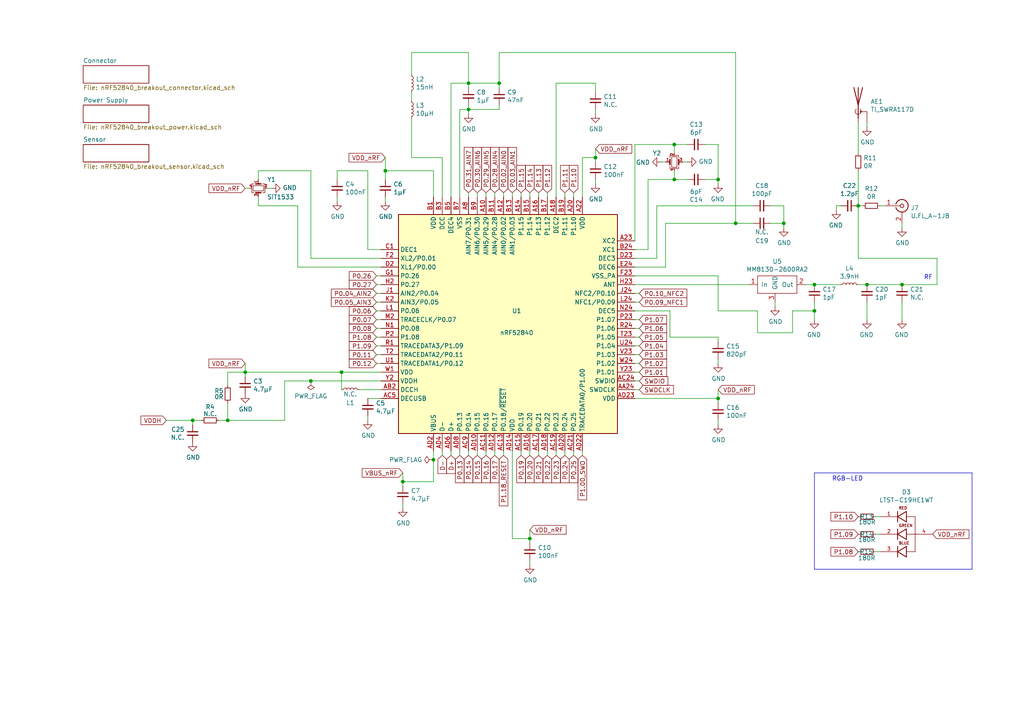
<source format=kicad_sch>
(kicad_sch (version 20220622) (generator eeschema)
  (paper "A4")
  (title_block (title "nRF52840_breakout") (date "2019-03-22") (rev "1.0.0"))
  (lib_symbols
    (symbol "CONN_SWF:MM8130-2600RA2" (pin_names (offset 1.016))
      (property "Reference" "U" (at 0 -10.16 0))
      (property "Value" "MM8130-2600RA2" (at 0 3.81 0))
      (symbol "MM8130-2600RA2_0_1"
        (rectangle (start -5.08 2.54) (end 6.35 -2.54))
      )
      (symbol "MM8130-2600RA2_1_1"
        (pin input line (at -7.62 0 0) (length 2.54) (name "In") (number "1"))
        (pin output line (at 8.89 0 180) (length 2.54) (name "Out") (number "2"))
        (pin output line (at 0 -5.08 90) (length 2.54) (name "GND") (number "3"))
      )
    )
    (symbol "Connector:Conn_Coaxial" (pin_names (offset 1.016) hide)
      (property "Reference" "J" (at 0.254 3.048 0))
      (property "Value" "Conn_Coaxial" (at 2.921 0 90))
      (symbol "Conn_Coaxial_0_1"
        (arc (start -1.778 -0.508) (mid 0.2311 -1.8066) (end 1.778 0) (stroke (width 0.254)))
        (polyline (pts (xy -2.54 0) (xy -0.508 0)))
        (polyline (pts (xy 0 -2.54) (xy 0 -1.778)))
        (circle (center 0 0) (radius 0.508) (stroke (width 0.2032)))
        (arc (start 1.778 0) (mid 0.2099 1.8101) (end -1.778 0.508) (stroke (width 0.254)))
      )
      (symbol "Conn_Coaxial_1_1"
        (pin passive line (at -5.08 0 0) (length 2.54) (name "In") (number "1"))
        (pin passive line (at 0 -5.08 90) (length 2.54) (name "Ext") (number "2"))
      )
    )
    (symbol "Device:Antenna_Shield" (pin_numbers hide) (pin_names (offset 1.016) hide)
      (property "Reference" "AE" (at -1.905 4.445 0))
      (property "Value" "Antenna_Shield" (at -1.905 2.54 0))
      (symbol "Antenna_Shield_0_1"
        (arc (start -0.508 -1.143) (mid -0.8429 -2.1194) (end 0 -2.667))
        (arc (start 0 -2.667) (mid 0.7989 -2.1052) (end 0.508 -1.143))
        (polyline (pts (xy 0 -2.54) (xy 0 0)))
        (polyline (pts (xy 0 5.08) (xy 0 -3.81)) (stroke (width 0.254)))
        (polyline (pts (xy 0.762 -1.905) (xy 2.54 -1.905)))
        (polyline (pts (xy 2.54 -2.54) (xy 2.54 -1.905)))
        (polyline (pts (xy 1.27 5.08) (xy 0 0) (xy -1.27 5.08)) (stroke (width 0.254)))
        (circle (center 0.762 -1.905) (radius 0.1778) (fill (type outline)))
      )
      (symbol "Antenna_Shield_1_1"
        (pin input line (at 0 -5.08 90) (length 2.54) (name "A") (number "1"))
        (pin input line (at 2.54 -5.08 90) (length 2.54) (name "Shield") (number "2"))
      )
    )
    (symbol "Device:C_Small" (pin_numbers hide) (pin_names (offset 0.254) hide)
      (property "Reference" "C" (at 0.254 1.778 0))
      (property "Value" "C_Small" (at 0.254 -2.032 0))
      (symbol "C_Small_0_1"
        (polyline (pts (xy -1.524 -0.508) (xy 1.524 -0.508)) (stroke (width 0.3302)))
        (polyline (pts (xy -1.524 0.508) (xy 1.524 0.508)) (stroke (width 0.3048)))
      )
      (symbol "C_Small_1_1"
        (pin passive line (at 0 2.54 270) (length 2.032) (name "~") (number "1"))
        (pin passive line (at 0 -2.54 90) (length 2.032) (name "~") (number "2"))
      )
    )
    (symbol "Device:Crystal_GND24_Small" (pin_names (offset 1.016) hide)
      (property "Reference" "Y" (at 1.27 4.445 0))
      (property "Value" "Crystal_GND24_Small" (at 1.27 2.54 0))
      (symbol "Crystal_GND24_Small_0_1"
        (rectangle (start -0.762 -1.524) (end 0.762 1.524))
        (polyline (pts (xy -1.27 -0.762) (xy -1.27 0.762)) (stroke (width 0.381)))
        (polyline (pts (xy 1.27 -0.762) (xy 1.27 0.762)) (stroke (width 0.381)))
        (polyline (pts (xy -1.27 -1.27) (xy -1.27 -1.905) (xy 1.27 -1.905) (xy 1.27 -1.27)))
        (polyline (pts (xy -1.27 1.27) (xy -1.27 1.905) (xy 1.27 1.905) (xy 1.27 1.27)))
      )
      (symbol "Crystal_GND24_Small_1_1"
        (pin passive line (at -2.54 0 0) (length 1.27) (name "1") (number "1"))
        (pin passive line (at 0 -2.54 90) (length 0.635) (name "2") (number "2"))
        (pin passive line (at 2.54 0 180) (length 1.27) (name "3") (number "3"))
        (pin passive line (at 0 2.54 270) (length 0.635) (name "4") (number "4"))
      )
    )
    (symbol "Device:L_Small" (pin_numbers hide) (pin_names (offset 0.254) hide)
      (property "Reference" "L" (at 0.762 1.016 0))
      (property "Value" "L_Small" (at 0.762 -1.016 0))
      (symbol "L_Small_0_1"
        (arc (start 0 -2.032) (mid 0.508 -1.524) (end 0 -1.016))
        (arc (start 0 -1.016) (mid 0.508 -0.508) (end 0 0))
        (arc (start 0 0) (mid 0.508 0.508) (end 0 1.016))
        (arc (start 0 1.016) (mid 0.508 1.524) (end 0 2.032))
      )
      (symbol "L_Small_1_1"
        (pin passive line (at 0 2.54 270) (length 0.508) (name "~") (number "1"))
        (pin passive line (at 0 -2.54 90) (length 0.508) (name "~") (number "2"))
      )
    )
    (symbol "Device:R_Small" (pin_numbers hide) (pin_names (offset 0.254) hide)
      (property "Reference" "R" (at 0.762 0.508 0))
      (property "Value" "R_Small" (at 0.762 -1.016 0))
      (symbol "R_Small_0_1"
        (rectangle (start -0.762 1.778) (end 0.762 -1.778) (stroke (width 0.2032)))
      )
      (symbol "R_Small_1_1"
        (pin passive line (at 0 2.54 270) (length 0.762) (name "~") (number "1"))
        (pin passive line (at 0 -2.54 90) (length 0.762) (name "~") (number "2"))
      )
    )
    (symbol "LTST-C19HE1WT:LTST-C19HE1WT" (pin_names (offset 1.016) hide)
      (property "Reference" "D" (at -1.778 9.144 0))
      (property "Value" "LTST-C19HE1WT" (at -2.54 -10.1854 0))
      (symbol "LTST-C19HE1WT_0_0"
        (polyline (pts (xy 0 -6.604) (xy 0 -3.556)) (stroke (width 0.254)))
        (polyline (pts (xy 0 -5.08) (xy 2.54 -6.604)) (stroke (width 0.254)))
        (polyline (pts (xy 0 -1.524) (xy 0 1.524)) (stroke (width 0.254)))
        (polyline (pts (xy 0 0) (xy 2.54 -1.524)) (stroke (width 0.254)))
        (polyline (pts (xy 0 3.556) (xy 0 6.604)) (stroke (width 0.254)))
        (polyline (pts (xy 0 5.08) (xy 2.54 3.556)) (stroke (width 0.254)))
        (polyline (pts (xy 2.54 -6.604) (xy 2.54 -5.08)) (stroke (width 0.254)))
        (polyline (pts (xy 2.54 -5.08) (xy 2.54 -3.556)) (stroke (width 0.254)))
        (polyline (pts (xy 2.54 -5.08) (xy 5.08 -5.08)) (stroke (width 0.1524)))
        (polyline (pts (xy 2.54 -3.556) (xy 0 -5.08)) (stroke (width 0.254)))
        (polyline (pts (xy 2.54 -1.524) (xy 2.54 0)) (stroke (width 0.254)))
        (polyline (pts (xy 2.54 0) (xy 2.54 1.524)) (stroke (width 0.254)))
        (polyline (pts (xy 2.54 1.524) (xy 0 0)) (stroke (width 0.254)))
        (polyline (pts (xy 2.54 3.556) (xy 2.54 5.08)) (stroke (width 0.254)))
        (polyline (pts (xy 2.54 5.08) (xy 2.54 6.604)) (stroke (width 0.254)))
        (polyline (pts (xy 2.54 6.604) (xy 0 5.08)) (stroke (width 0.254)))
        (polyline (pts (xy 5.08 -5.08) (xy 5.08 0)) (stroke (width 0.1524)))
        (polyline (pts (xy 5.08 0) (xy 2.54 0)) (stroke (width 0.1524)))
        (polyline (pts (xy 5.08 0) (xy 5.08 5.08)) (stroke (width 0.1524)))
        (polyline (pts (xy 5.08 5.08) (xy 2.54 5.08)) (stroke (width 0.1524)))
        (text "BLUE" (at 0.254 -3.048 0) (effects (font (size 0.8128 0.8128)) (justify left bottom)))
        (text "GREEN" (at 0.254 2.032 0) (effects (font (size 0.8128 0.8128)) (justify left bottom)))
        (text "RED" (at 0.254 7.112 0) (effects (font (size 0.8128 0.8128)) (justify left bottom)))
        (pin passive line (at -5.08 5.08 0) (length 5.08) (name "1") (number "1"))
        (pin passive line (at -5.08 0 0) (length 5.08) (name "2") (number "2"))
        (pin passive line (at -5.08 -5.08 0) (length 5.08) (name "3") (number "3"))
        (pin passive line (at 10.16 0 180) (length 5.08) (name "4") (number "4"))
      )
    )
    (symbol "nrf52840:nRF52840"
      (property "Reference" "U" (at 1.27 0 0))
      (property "Value" "nRF52840" (at 1.27 -2.54 0))
      (symbol "nRF52840_0_1"
        (rectangle (start -34.29 30.48) (end 29.21 -33.02) (stroke (width 0.254)) (fill (type background)))
      )
      (symbol "nRF52840_1_1"
        (pin bidirectional line (at -8.89 35.56 270) (length 5.08) (name "AIN5/P0.29") (number "A10"))
        (pin bidirectional line (at -3.81 35.56 270) (length 5.08) (name "AIN0/P0.02") (number "A12"))
        (pin bidirectional line (at 1.27 35.56 270) (length 5.08) (name "P1.15") (number "A14"))
        (pin bidirectional line (at 6.35 35.56 270) (length 5.08) (name "P1.13") (number "A16"))
        (pin passive line (at 11.43 35.56 270) (length 5.08) (name "DEC2") (number "A18"))
        (pin bidirectional line (at 16.51 35.56 270) (length 5.08) (name "P1.10") (number "A20"))
        (pin power_in line (at 19.05 35.56 270) (length 5.08) (name "VDD") (number "A22"))
        (pin input line (at 34.29 22.86 180) (length 5.08) (name "XC2") (number "A23"))
        (pin bidirectional line (at -13.97 35.56 270) (length 5.08) (name "AIN7/P0.31") (number "A8"))
        (pin input line (at 34.29 -20.32 180) (length 5.08) (name "SWDCLK") (number "AA24"))
        (pin power_out line (at -39.37 -20.32 0) (length 5.08) (name "DCCH") (number "AB2"))
        (pin bidirectional line (at -8.89 -38.1 90) (length 5.08) (name "P0.16") (number "AC11"))
        (pin bidirectional line (at -3.81 -38.1 90) (length 5.08) (name "P0.18/~{RESET}") (number "AC13"))
        (pin bidirectional line (at 1.27 -38.1 90) (length 5.08) (name "P0.19") (number "AC15"))
        (pin bidirectional line (at 6.35 -38.1 90) (length 5.08) (name "P0.21") (number "AC17"))
        (pin bidirectional line (at 11.43 -38.1 90) (length 5.08) (name "P0.23") (number "AC19"))
        (pin bidirectional line (at 16.51 -38.1 90) (length 5.08) (name "P0.25") (number "AC21"))
        (pin bidirectional line (at 34.29 -17.78 180) (length 5.08) (name "SWDIO") (number "AC24"))
        (pin passive line (at -39.37 -22.86 0) (length 5.08) (name "DECUSB") (number "AC5"))
        (pin bidirectional line (at -13.97 -38.1 90) (length 5.08) (name "P0.14") (number "AC9"))
        (pin bidirectional line (at -11.43 -38.1 90) (length 5.08) (name "P0.15") (number "AD10"))
        (pin bidirectional line (at -6.35 -38.1 90) (length 5.08) (name "P0.17") (number "AD12"))
        (pin power_in line (at -1.27 -38.1 90) (length 5.08) (name "VDD") (number "AD14"))
        (pin bidirectional line (at 3.81 -38.1 90) (length 5.08) (name "P0.20") (number "AD16"))
        (pin bidirectional line (at 8.89 -38.1 90) (length 5.08) (name "P0.22") (number "AD18"))
        (pin power_in line (at -24.13 -38.1 90) (length 5.08) (name "VBUS") (number "AD2"))
        (pin bidirectional line (at 13.97 -38.1 90) (length 5.08) (name "P0.24") (number "AD20"))
        (pin bidirectional line (at 19.05 -38.1 90) (length 5.08) (name "TRACEDATA0/P1.00") (number "AD22"))
        (pin power_in line (at 34.29 -22.86 180) (length 5.08) (name "VDD") (number "AD23"))
        (pin bidirectional line (at -21.59 -38.1 90) (length 5.08) (name "D-") (number "AD4"))
        (pin bidirectional line (at -19.05 -38.1 90) (length 5.08) (name "D+") (number "AD6"))
        (pin bidirectional line (at -16.51 -38.1 90) (length 5.08) (name "P0.13") (number "AD8"))
        (pin power_in line (at -24.13 35.56 270) (length 5.08) (name "VDD") (number "B1"))
        (pin bidirectional line (at -6.35 35.56 270) (length 5.08) (name "AIN4/P0.28") (number "B11"))
        (pin bidirectional line (at -1.27 35.56 270) (length 5.08) (name "AIN1/P0.03") (number "B13"))
        (pin bidirectional line (at 3.81 35.56 270) (length 5.08) (name "P1.14") (number "B15"))
        (pin bidirectional line (at 8.89 35.56 270) (length 5.08) (name "P1.12") (number "B17"))
        (pin bidirectional line (at 13.97 35.56 270) (length 5.08) (name "P1.11") (number "B19"))
        (pin input line (at 34.29 20.32 180) (length 5.08) (name "XC1") (number "B24"))
        (pin power_out line (at -21.59 35.56 270) (length 5.08) (name "DCC") (number "B3"))
        (pin passive line (at -19.05 35.56 270) (length 5.08) (name "DEC4") (number "B5"))
        (pin power_in line (at -16.51 35.56 270) (length 5.08) (name "VSS") (number "B7"))
        (pin bidirectional line (at -11.43 35.56 270) (length 5.08) (name "AIN6/P0.30") (number "B9"))
        (pin passive line (at -39.37 20.32 0) (length 5.08) (name "DEC1") (number "C1"))
        (pin bidirectional line (at -39.37 15.24 0) (length 5.08) (name "XL1/P0.00") (number "D2"))
        (pin passive line (at 34.29 17.78 180) (length 5.08) (name "DEC3") (number "D23"))
        (pin passive line (at 34.29 15.24 180) (length 5.08) (name "DEC6") (number "E24"))
        (pin passive line (at -16.51 35.56 270) (length 5.08) hide (name "VSS") (number "EP"))
        (pin bidirectional line (at -39.37 17.78 0) (length 5.08) (name "XL2/P0.01") (number "F2"))
        (pin power_in line (at 34.29 12.7 180) (length 5.08) (name "VSS_PA") (number "F23"))
        (pin bidirectional line (at -39.37 12.7 0) (length 5.08) (name "P0.26") (number "G1"))
        (pin bidirectional line (at -39.37 10.16 0) (length 5.08) (name "P0.27") (number "H2"))
        (pin passive line (at 34.29 10.16 180) (length 5.08) (name "ANT") (number "H23"))
        (pin bidirectional line (at -39.37 7.62 0) (length 5.08) (name "AIN2/P0.04") (number "J1"))
        (pin bidirectional line (at 34.29 7.62 180) (length 5.08) (name "NFC2/P0.10") (number "J24"))
        (pin bidirectional line (at -39.37 5.08 0) (length 5.08) (name "AIN3/P0.05") (number "K2"))
        (pin bidirectional line (at -39.37 2.54 0) (length 5.08) (name "P0.06") (number "L1"))
        (pin bidirectional line (at 34.29 5.08 180) (length 5.08) (name "NFC1/P0.09") (number "L24"))
        (pin bidirectional line (at -39.37 0 0) (length 5.08) (name "TRACECLK/P0.07") (number "M2"))
        (pin bidirectional line (at -39.37 -2.54 0) (length 5.08) (name "P0.08") (number "N1"))
        (pin passive line (at 34.29 2.54 180) (length 5.08) (name "DEC5") (number "N24"))
        (pin bidirectional line (at -39.37 -5.08 0) (length 5.08) (name "P1.08") (number "P2"))
        (pin bidirectional line (at 34.29 0 180) (length 5.08) (name "P1.07") (number "P23"))
        (pin bidirectional line (at -39.37 -7.62 0) (length 5.08) (name "TRACEDATA3/P1.09") (number "R1"))
        (pin bidirectional line (at 34.29 -2.54 180) (length 5.08) (name "P1.06") (number "R24"))
        (pin bidirectional line (at -39.37 -10.16 0) (length 5.08) (name "TRACEDATA2/P0.11") (number "T2"))
        (pin bidirectional line (at 34.29 -5.08 180) (length 5.08) (name "P1.05") (number "T23"))
        (pin bidirectional line (at -39.37 -12.7 0) (length 5.08) (name "TRACEDATA1/P0.12") (number "U1"))
        (pin bidirectional line (at 34.29 -7.62 180) (length 5.08) (name "P1.04") (number "U24"))
        (pin bidirectional line (at 34.29 -10.16 180) (length 5.08) (name "P1.03") (number "V23"))
        (pin power_in line (at -39.37 -15.24 0) (length 5.08) (name "VDD") (number "W1"))
        (pin bidirectional line (at 34.29 -12.7 180) (length 5.08) (name "P1.02") (number "W24"))
        (pin power_in line (at -39.37 -17.78 0) (length 5.08) (name "VDDH") (number "Y2"))
        (pin bidirectional line (at 34.29 -15.24 180) (length 5.08) (name "P1.01") (number "Y23"))
      )
    )
    (symbol "power:GND" (power) (pin_names (offset 0))
      (property "Value" "GND" (at 0 -3.81 0))
      (symbol "GND_0_1"
        (polyline (pts (xy 0 0) (xy 0 -1.27) (xy 1.27 -1.27) (xy 0 -2.54) (xy -1.27 -1.27) (xy 0 -1.27)))
      )
      (symbol "GND_1_1"
        (pin power_in line (at 0 0 270) (length 0) hide (name "GND") (number "1"))
      )
    )
    (symbol "power:PWR_FLAG" (power) (pin_numbers hide) (pin_names (offset 0) hide)
      (property "Value" "PWR_FLAG" (at 0 3.81 0))
      (symbol "PWR_FLAG_0_0"
        (pin power_out line (at 0 0 90) (length 0) (name "pwr") (number "1"))
      )
      (symbol "PWR_FLAG_0_1"
        (polyline (pts (xy 0 0) (xy 0 1.27) (xy -1.016 1.905) (xy 0 2.54) (xy 1.016 1.905) (xy 0 1.27)))
      )
    )
  )
  (junction (at 236.22 82.55))
  (junction (at 116.84 139.7))
  (junction (at 111.76 49.53))
  (junction (at 195.58 41.91))
  (junction (at 153.67 156.21))
  (junction (at 99.06 107.95))
  (junction (at 135.89 31.75))
  (junction (at 236.22 90.17))
  (junction (at 213.36 64.77))
  (junction (at 144.78 24.13))
  (junction (at 71.12 107.95))
  (junction (at 208.28 115.57))
  (junction (at 261.62 82.55))
  (junction (at 248.92 59.69))
  (junction (at 251.46 82.55))
  (junction (at 66.04 121.92))
  (junction (at 55.88 121.92))
  (junction (at 208.28 52.07))
  (junction (at 227.33 64.77))
  (junction (at 195.58 52.07))
  (junction (at 172.72 45.72))
  (junction (at 90.17 110.49))
  (junction (at 125.73 133.35))
  (junction (at 135.89 24.13))
  (wire (pts (xy 199.39 41.91) (xy 195.58 41.91)))
  (wire (pts (xy 194.31 90.17) (xy 194.31 97.79)))
  (wire (pts (xy 128.27 45.72) (xy 119.38 45.72)))
  (wire (pts (xy 135.89 55.88) (xy 135.89 57.15)))
  (wire (pts (xy 153.67 153.67) (xy 153.67 156.21)))
  (wire (pts (xy 233.68 82.55) (xy 236.22 82.55)))
  (wire (pts (xy 110.49 77.47) (xy 86.36 77.47)))
  (wire (pts (xy 111.76 49.53) (xy 111.76 52.07)))
  (wire (pts (xy 144.78 24.13) (xy 144.78 15.24)))
  (wire (pts (xy 72.39 54.61) (xy 71.12 54.61)))
  (wire (pts (xy 208.28 121.92) (xy 208.28 123.19)))
  (wire (pts (xy 261.62 64.77) (xy 261.62 66.04)))
  (wire (pts (xy 97.79 57.15) (xy 97.79 58.42)))
  (wire (pts (xy 74.93 49.53) (xy 90.17 49.53)))
  (wire (pts (xy 184.15 115.57) (xy 208.28 115.57)))
  (wire (pts (xy 184.15 97.79) (xy 185.42 97.79)))
  (wire (pts (xy 66.04 116.84) (xy 66.04 121.92)))
  (wire (pts (xy 187.96 72.39) (xy 187.96 52.07)))
  (wire (pts (xy 158.75 130.81) (xy 158.75 132.08)))
  (wire (pts (xy 204.47 41.91) (xy 208.28 41.91)))
  (wire (pts (xy 109.22 100.33) (xy 110.49 100.33)))
  (wire (pts (xy 163.83 130.81) (xy 163.83 132.08)))
  (wire (pts (xy 193.04 64.77) (xy 213.36 64.77)))
  (wire (pts (xy 236.22 90.17) (xy 236.22 92.71)))
  (wire (pts (xy 213.36 64.77) (xy 218.44 64.77)))
  (wire (pts (xy 109.22 90.17) (xy 110.49 90.17)))
  (wire (pts (xy 248.92 49.53) (xy 248.92 59.69)))
  (wire (pts (xy 255.27 160.02) (xy 254 160.02)))
  (wire (pts (xy 66.04 107.95) (xy 66.04 111.76)))
  (wire (pts (xy 223.52 64.77) (xy 227.33 64.77)))
  (wire (pts (xy 110.49 74.93) (xy 90.17 74.93)))
  (wire (pts (xy 153.67 130.81) (xy 153.67 132.08)))
  (wire (pts (xy 116.84 146.05) (xy 116.84 147.32)))
  (wire (pts (xy 111.76 45.72) (xy 111.76 49.53)))
  (wire (pts (xy 208.28 52.07) (xy 208.28 53.34)))
  (wire (pts (xy 236.22 87.63) (xy 236.22 90.17)))
  (wire (pts (xy 194.31 97.79) (xy 208.28 97.79)))
  (wire (pts (xy 184.15 102.87) (xy 185.42 102.87)))
  (wire (pts (xy 119.38 45.72) (xy 119.38 34.29)))
  (wire (pts (xy 208.28 80.01) (xy 184.15 80.01)))
  (wire (pts (xy 125.73 57.15) (xy 125.73 49.53)))
  (wire (pts (xy 140.97 55.88) (xy 140.97 57.15)))
  (wire (pts (xy 74.93 59.69) (xy 86.36 59.69)))
  (wire (pts (xy 184.15 90.17) (xy 194.31 90.17)))
  (wire (pts (xy 99.06 107.95) (xy 110.49 107.95)))
  (wire (pts (xy 184.15 113.03) (xy 185.42 113.03)))
  (wire (pts (xy 195.58 52.07) (xy 199.39 52.07)))
  (wire (pts (xy 146.05 55.88) (xy 146.05 57.15)))
  (wire (pts (xy 184.15 105.41) (xy 185.42 105.41)))
  (wire (pts (xy 166.37 130.81) (xy 166.37 132.08)))
  (wire (pts (xy 74.93 49.53) (xy 74.93 52.07)))
  (wire (pts (xy 138.43 55.88) (xy 138.43 57.15)))
  (wire (pts (xy 104.14 113.03) (xy 110.49 113.03)))
  (wire (pts (xy 140.97 130.81) (xy 140.97 132.08)))
  (wire (pts (xy 224.79 87.63) (xy 224.79 88.9)))
  (wire (pts (xy 248.92 74.93) (xy 271.78 74.93)))
  (wire (pts (xy 109.22 92.71) (xy 110.49 92.71)))
  (wire (pts (xy 143.51 130.81) (xy 143.51 132.08)))
  (wire (pts (xy 255.27 154.94) (xy 254 154.94)))
  (wire (pts (xy 184.15 95.25) (xy 185.42 95.25)))
  (wire (pts (xy 97.79 49.53) (xy 97.79 52.07)))
  (wire (pts (xy 90.17 110.49) (xy 110.49 110.49)))
  (wire (pts (xy 116.84 139.7) (xy 116.84 140.97)))
  (wire (pts (xy 255.27 59.69) (xy 256.54 59.69)))
  (wire (pts (xy 248.92 35.56) (xy 248.92 44.45)))
  (wire (pts (xy 161.29 130.81) (xy 161.29 132.08)))
  (wire (pts (xy 191.77 46.99) (xy 193.04 46.99)))
  (wire (pts (xy 248.92 59.69) (xy 248.92 74.93)))
  (wire (pts (xy 77.47 54.61) (xy 78.74 54.61)))
  (wire (pts (xy 185.42 85.09) (xy 184.15 85.09)))
  (wire (pts (xy 153.67 156.21) (xy 153.67 157.48)))
  (wire (pts (xy 55.88 121.92) (xy 48.26 121.92)))
  (wire (pts (xy 109.22 102.87) (xy 110.49 102.87)))
  (wire (pts (xy 208.28 90.17) (xy 208.28 80.01)))
  (wire (pts (xy 135.89 33.02) (xy 135.89 31.75)))
  (wire (pts (xy 109.22 105.41) (xy 110.49 105.41)))
  (wire (pts (xy 90.17 74.93) (xy 90.17 49.53)))
  (wire (pts (xy 184.15 107.95) (xy 185.42 107.95)))
  (wire (pts (xy 172.72 45.72) (xy 172.72 46.99)))
  (wire (pts (xy 125.73 49.53) (xy 111.76 49.53)))
  (wire (pts (xy 271.78 74.93) (xy 271.78 82.55)))
  (wire (pts (xy 128.27 57.15) (xy 128.27 45.72)))
  (wire (pts (xy 248.92 82.55) (xy 251.46 82.55)))
  (wire (pts (xy 106.68 120.65) (xy 106.68 121.92)))
  (wire (pts (xy 168.91 130.81) (xy 168.91 132.08)))
  (wire (pts (xy 144.78 25.4) (xy 144.78 24.13)))
  (wire (pts (xy 135.89 24.13) (xy 135.89 15.24)))
  (wire (pts (xy 133.35 130.81) (xy 133.35 132.08)))
  (wire (pts (xy 153.67 156.21) (xy 148.59 156.21)))
  (wire (pts (xy 208.28 41.91) (xy 208.28 52.07)))
  (wire (pts (xy 208.28 115.57) (xy 208.28 116.84)))
  (wire (pts (xy 116.84 137.16) (xy 116.84 139.7)))
  (wire (pts (xy 135.89 31.75) (xy 135.89 30.48)))
  (wire (pts (xy 184.15 100.33) (xy 185.42 100.33)))
  (wire (pts (xy 130.81 130.81) (xy 130.81 132.08)))
  (wire (pts (xy 106.68 72.39) (xy 106.68 49.53)))
  (wire (pts (xy 184.15 82.55) (xy 217.17 82.55)))
  (wire (pts (xy 156.21 55.88) (xy 156.21 57.15)))
  (wire (pts (xy 243.84 59.69) (xy 242.57 59.69)))
  (wire (pts (xy 248.92 59.69) (xy 250.19 59.69)))
  (wire (pts (xy 190.5 74.93) (xy 190.5 59.69)))
  (wire (pts (xy 130.81 57.15) (xy 130.81 24.13)))
  (wire (pts (xy 227.33 59.69) (xy 227.33 64.77)))
  (wire (pts (xy 198.12 46.99) (xy 199.39 46.99)))
  (wire (pts (xy 208.28 104.14) (xy 208.28 105.41)))
  (wire (pts (xy 143.51 55.88) (xy 143.51 57.15)))
  (wire (pts (xy 172.72 24.13) (xy 172.72 26.67)))
  (wire (pts (xy 66.04 107.95) (xy 71.12 107.95)))
  (wire (pts (xy 86.36 77.47) (xy 86.36 59.69)))
  (wire (pts (xy 125.73 130.81) (xy 125.73 133.35)))
  (wire (pts (xy 172.72 31.75) (xy 172.72 33.02)))
  (wire (pts (xy 251.46 82.55) (xy 261.62 82.55)))
  (wire (pts (xy 184.15 41.91) (xy 184.15 69.85)))
  (wire (pts (xy 184.15 72.39) (xy 187.96 72.39)))
  (wire (pts (xy 213.36 64.77) (xy 213.36 15.24)))
  (wire (pts (xy 187.96 52.07) (xy 195.58 52.07)))
  (wire (pts (xy 109.22 97.79) (xy 110.49 97.79)))
  (wire (pts (xy 251.46 87.63) (xy 251.46 92.71)))
  (wire (pts (xy 161.29 24.13) (xy 172.72 24.13)))
  (wire (pts (xy 223.52 59.69) (xy 227.33 59.69)))
  (wire (pts (xy 119.38 21.59) (xy 119.38 15.24)))
  (wire (pts (xy 144.78 31.75) (xy 135.89 31.75)))
  (wire (pts (xy 261.62 82.55) (xy 271.78 82.55)))
  (wire (pts (xy 229.87 96.52) (xy 229.87 90.17)))
  (wire (pts (xy 130.81 24.13) (xy 135.89 24.13)))
  (wire (pts (xy 190.5 59.69) (xy 218.44 59.69)))
  (wire (pts (xy 219.71 96.52) (xy 229.87 96.52)))
  (wire (pts (xy 135.89 24.13) (xy 135.89 25.4)))
  (wire (pts (xy 133.35 31.75) (xy 133.35 57.15)))
  (wire (pts (xy 227.33 64.77) (xy 227.33 66.04)))
  (wire (pts (xy 236.22 82.55) (xy 243.84 82.55)))
  (wire (pts (xy 195.58 41.91) (xy 195.58 44.45)))
  (wire (pts (xy 166.37 55.88) (xy 166.37 57.15)))
  (wire (pts (xy 185.42 87.63) (xy 184.15 87.63)))
  (wire (pts (xy 172.72 43.18) (xy 172.72 45.72)))
  (wire (pts (xy 111.76 57.15) (xy 111.76 58.42)))
  (wire (pts (xy 74.93 57.15) (xy 74.93 59.69)))
  (wire (pts (xy 125.73 139.7) (xy 116.84 139.7)))
  (wire (pts (xy 109.22 85.09) (xy 110.49 85.09)))
  (wire (pts (xy 138.43 130.81) (xy 138.43 132.08)))
  (wire (pts (xy 151.13 55.88) (xy 151.13 57.15)))
  (wire (pts (xy 125.73 133.35) (xy 125.73 139.7)))
  (wire (pts (xy 184.15 41.91) (xy 195.58 41.91)))
  (wire (pts (xy 109.22 95.25) (xy 110.49 95.25)))
  (wire (pts (xy 144.78 30.48) (xy 144.78 31.75)))
  (wire (pts (xy 172.72 52.07) (xy 172.72 53.34)))
  (wire (pts (xy 109.22 82.55) (xy 110.49 82.55)))
  (wire (pts (xy 135.89 130.81) (xy 135.89 132.08)))
  (polyline (pts (xy 236.22 137.16) (xy 281.94 137.16)))
  (wire (pts (xy 208.28 90.17) (xy 219.71 90.17)))
  (wire (pts (xy 153.67 162.56) (xy 153.67 163.83)))
  (wire (pts (xy 229.87 90.17) (xy 236.22 90.17)))
  (wire (pts (xy 63.5 121.92) (xy 66.04 121.92)))
  (wire (pts (xy 71.12 109.22) (xy 71.12 107.95)))
  (wire (pts (xy 82.55 110.49) (xy 90.17 110.49)))
  (wire (pts (xy 242.57 59.69) (xy 242.57 60.96)))
  (wire (pts (xy 161.29 57.15) (xy 161.29 24.13)))
  (wire (pts (xy 255.27 149.86) (xy 254 149.86)))
  (wire (pts (xy 251.46 35.56) (xy 251.46 36.83)))
  (wire (pts (xy 163.83 55.88) (xy 163.83 57.15)))
  (wire (pts (xy 208.28 113.03) (xy 208.28 115.57)))
  (wire (pts (xy 119.38 29.21) (xy 119.38 26.67)))
  (wire (pts (xy 109.22 87.63) (xy 110.49 87.63)))
  (wire (pts (xy 109.22 80.01) (xy 110.49 80.01)))
  (wire (pts (xy 71.12 105.41) (xy 71.12 107.95)))
  (wire (pts (xy 146.05 130.81) (xy 146.05 132.08)))
  (wire (pts (xy 204.47 52.07) (xy 208.28 52.07)))
  (wire (pts (xy 99.06 113.03) (xy 99.06 107.95)))
  (wire (pts (xy 185.42 92.71) (xy 184.15 92.71)))
  (wire (pts (xy 208.28 97.79) (xy 208.28 99.06)))
  (wire (pts (xy 261.62 87.63) (xy 261.62 92.71)))
  (wire (pts (xy 144.78 15.24) (xy 213.36 15.24)))
  (wire (pts (xy 71.12 107.95) (xy 99.06 107.95)))
  (wire (pts (xy 184.15 77.47) (xy 193.04 77.47)))
  (wire (pts (xy 144.78 24.13) (xy 135.89 24.13)))
  (wire (pts (xy 219.71 90.17) (xy 219.71 96.52)))
  (wire (pts (xy 158.75 55.88) (xy 158.75 57.15)))
  (wire (pts (xy 55.88 121.92) (xy 58.42 121.92)))
  (wire (pts (xy 184.15 74.93) (xy 190.5 74.93)))
  (wire (pts (xy 151.13 130.81) (xy 151.13 132.08)))
  (wire (pts (xy 156.21 130.81) (xy 156.21 132.08)))
  (wire (pts (xy 193.04 77.47) (xy 193.04 64.77)))
  (wire (pts (xy 106.68 115.57) (xy 110.49 115.57)))
  (polyline (pts (xy 236.22 165.1) (xy 236.22 137.16)))
  (wire (pts (xy 148.59 156.21) (xy 148.59 130.81)))
  (wire (pts (xy 184.15 110.49) (xy 185.42 110.49)))
  (wire (pts (xy 106.68 49.53) (xy 97.79 49.53)))
  (wire (pts (xy 135.89 31.75) (xy 133.35 31.75)))
  (polyline (pts (xy 281.94 165.1) (xy 236.22 165.1)))
  (wire (pts (xy 172.72 45.72) (xy 168.91 45.72)))
  (wire (pts (xy 66.04 121.92) (xy 82.55 121.92)))
  (wire (pts (xy 82.55 110.49) (xy 82.55 121.92)))
  (wire (pts (xy 110.49 72.39) (xy 106.68 72.39)))
  (polyline (pts (xy 281.94 137.16) (xy 281.94 165.1)))
  (wire (pts (xy 168.91 45.72) (xy 168.91 57.15)))
  (wire (pts (xy 119.38 15.24) (xy 135.89 15.24)))
  (wire (pts (xy 148.59 55.88) (xy 148.59 57.15)))
  (wire (pts (xy 128.27 130.81) (xy 128.27 132.08)))
  (wire (pts (xy 55.88 121.92) (xy 55.88 123.19)))
  (wire (pts (xy 195.58 49.53) (xy 195.58 52.07)))
  (wire (pts (xy 153.67 55.88) (xy 153.67 57.15)))
  (text "RGB-LED" (at 241.3 139.7 0) (effects (font (size 1.27 1.27)) (justify left bottom)))
  (text "RF" (at 270.51 81.28 0) (effects (font (size 1.27 1.27)) (justify right bottom)))
  (global_label "P1.12" (shape input) (at 158.75 55.88 90) (property "Intersheetrefs" "${INTERSHEET_REFS}" (effects hide)))
  (global_label "P0.12" (shape input) (at 109.22 105.41 180) (property "Intersheetrefs" "${INTERSHEET_REFS}" (effects hide)))
  (global_label "P0.03_AIN1" (shape input) (at 148.59 55.88 90) (property "Intersheetrefs" "${INTERSHEET_REFS}" (effects hide)))
  (global_label "P0.25" (shape input) (at 166.37 132.08 270) (property "Intersheetrefs" "${INTERSHEET_REFS}" (effects hide)))
  (global_label "SWDIO" (shape input) (at 185.42 110.49 0) (property "Intersheetrefs" "${INTERSHEET_REFS}" (effects hide)))
  (global_label "P0.27" (shape input) (at 109.22 82.55 180) (property "Intersheetrefs" "${INTERSHEET_REFS}" (effects hide)))
  (global_label "P0.23" (shape input) (at 161.29 132.08 270) (property "Intersheetrefs" "${INTERSHEET_REFS}" (effects hide)))
  (global_label "P1.05" (shape input) (at 185.42 97.79 0) (property "Intersheetrefs" "${INTERSHEET_REFS}" (effects hide)))
  (global_label "P0.09_NFC1" (shape input) (at 185.42 87.63 0) (property "Intersheetrefs" "${INTERSHEET_REFS}" (effects hide)))
  (global_label "P1.18_RESET" (shape input) (at 146.05 132.08 270) (property "Intersheetrefs" "${INTERSHEET_REFS}" (effects hide)))
  (global_label "P0.31_AIN7" (shape input) (at 135.89 55.88 90) (property "Intersheetrefs" "${INTERSHEET_REFS}" (effects hide)))
  (global_label "P0.26" (shape input) (at 109.22 80.01 180) (property "Intersheetrefs" "${INTERSHEET_REFS}" (effects hide)))
  (global_label "D+" (shape input) (at 130.81 132.08 270) (property "Intersheetrefs" "${INTERSHEET_REFS}" (effects hide)))
  (global_label "P1.09" (shape input) (at 109.22 100.33 180) (property "Intersheetrefs" "${INTERSHEET_REFS}" (effects hide)))
  (global_label "P1.07" (shape input) (at 185.42 92.71 0) (property "Intersheetrefs" "${INTERSHEET_REFS}" (effects hide)))
  (global_label "P1.04" (shape input) (at 185.42 100.33 0) (property "Intersheetrefs" "${INTERSHEET_REFS}" (effects hide)))
  (global_label "P1.11" (shape input) (at 163.83 55.88 90) (property "Intersheetrefs" "${INTERSHEET_REFS}" (effects hide)))
  (global_label "P1.14" (shape input) (at 153.67 55.88 90) (property "Intersheetrefs" "${INTERSHEET_REFS}" (effects hide)))
  (global_label "P0.04_AIN2" (shape input) (at 109.22 85.09 180) (property "Intersheetrefs" "${INTERSHEET_REFS}" (effects hide)))
  (global_label "VBUS_nRF" (shape input) (at 116.84 137.16 180) (property "Intersheetrefs" "${INTERSHEET_REFS}" (effects hide)))
  (global_label "VDD_nRF" (shape input) (at 111.76 45.72 180) (property "Intersheetrefs" "${INTERSHEET_REFS}" (effects hide)))
  (global_label "P0.19" (shape input) (at 151.13 132.08 270) (property "Intersheetrefs" "${INTERSHEET_REFS}" (effects hide)))
  (global_label "P0.24" (shape input) (at 163.83 132.08 270) (property "Intersheetrefs" "${INTERSHEET_REFS}" (effects hide)))
  (global_label "P0.17" (shape input) (at 143.51 132.08 270) (property "Intersheetrefs" "${INTERSHEET_REFS}" (effects hide)))
  (global_label "D-" (shape input) (at 128.27 132.08 270) (property "Intersheetrefs" "${INTERSHEET_REFS}" (effects hide)))
  (global_label "P0.08" (shape input) (at 109.22 95.25 180) (property "Intersheetrefs" "${INTERSHEET_REFS}" (effects hide)))
  (global_label "P0.13" (shape input) (at 133.35 132.08 270) (property "Intersheetrefs" "${INTERSHEET_REFS}" (effects hide)))
  (global_label "P0.05_AIN3" (shape input) (at 109.22 87.63 180) (property "Intersheetrefs" "${INTERSHEET_REFS}" (effects hide)))
  (global_label "P0.16" (shape input) (at 140.97 132.08 270) (property "Intersheetrefs" "${INTERSHEET_REFS}" (effects hide)))
  (global_label "P0.21" (shape input) (at 156.21 132.08 270) (property "Intersheetrefs" "${INTERSHEET_REFS}" (effects hide)))
  (global_label "P0.22" (shape input) (at 158.75 132.08 270) (property "Intersheetrefs" "${INTERSHEET_REFS}" (effects hide)))
  (global_label "VDD_nRF" (shape input) (at 208.28 113.03 0) (property "Intersheetrefs" "${INTERSHEET_REFS}" (effects hide)))
  (global_label "P0.28_AIN4" (shape input) (at 143.51 55.88 90) (property "Intersheetrefs" "${INTERSHEET_REFS}" (effects hide)))
  (global_label "P0.20" (shape input) (at 153.67 132.08 270) (property "Intersheetrefs" "${INTERSHEET_REFS}" (effects hide)))
  (global_label "P1.13" (shape input) (at 156.21 55.88 90) (property "Intersheetrefs" "${INTERSHEET_REFS}" (effects hide)))
  (global_label "P1.02" (shape input) (at 185.42 105.41 0) (property "Intersheetrefs" "${INTERSHEET_REFS}" (effects hide)))
  (global_label "P0.11" (shape input) (at 109.22 102.87 180) (property "Intersheetrefs" "${INTERSHEET_REFS}" (effects hide)))
  (global_label "P0.15" (shape input) (at 138.43 132.08 270) (property "Intersheetrefs" "${INTERSHEET_REFS}" (effects hide)))
  (global_label "P1.01" (shape input) (at 185.42 107.95 0) (property "Intersheetrefs" "${INTERSHEET_REFS}" (effects hide)))
  (global_label "P0.10_NFC2" (shape input) (at 185.42 85.09 0) (property "Intersheetrefs" "${INTERSHEET_REFS}" (effects hide)))
  (global_label "VDD_nRF" (shape input) (at 172.72 43.18 0) (property "Intersheetrefs" "${INTERSHEET_REFS}" (effects hide)))
  (global_label "P1.10" (shape input) (at 166.37 55.88 90) (property "Intersheetrefs" "${INTERSHEET_REFS}" (effects hide)))
  (global_label "P0.06" (shape input) (at 109.22 90.17 180) (property "Intersheetrefs" "${INTERSHEET_REFS}" (effects hide)))
  (global_label "P1.10" (shape input) (at 248.92 149.86 180) (property "Intersheetrefs" "${INTERSHEET_REFS}" (effects hide)))
  (global_label "P1.03" (shape input) (at 185.42 102.87 0) (property "Intersheetrefs" "${INTERSHEET_REFS}" (effects hide)))
  (global_label "P1.08" (shape input) (at 248.92 160.02 180) (property "Intersheetrefs" "${INTERSHEET_REFS}" (effects hide)))
  (global_label "P0.02_AIN0" (shape input) (at 146.05 55.88 90) (property "Intersheetrefs" "${INTERSHEET_REFS}" (effects hide)))
  (global_label "VDD_nRF" (shape input) (at 153.67 153.67 0) (property "Intersheetrefs" "${INTERSHEET_REFS}" (effects hide)))
  (global_label "SWDCLK" (shape input) (at 185.42 113.03 0) (property "Intersheetrefs" "${INTERSHEET_REFS}" (effects hide)))
  (global_label "P1.06" (shape input) (at 185.42 95.25 0) (property "Intersheetrefs" "${INTERSHEET_REFS}" (effects hide)))
  (global_label "P0.07" (shape input) (at 109.22 92.71 180) (property "Intersheetrefs" "${INTERSHEET_REFS}" (effects hide)))
  (global_label "P0.30_AIN6" (shape input) (at 138.43 55.88 90) (property "Intersheetrefs" "${INTERSHEET_REFS}" (effects hide)))
  (global_label "P0.29_AIN5" (shape input) (at 140.97 55.88 90) (property "Intersheetrefs" "${INTERSHEET_REFS}" (effects hide)))
  (global_label "P1.08" (shape input) (at 109.22 97.79 180) (property "Intersheetrefs" "${INTERSHEET_REFS}" (effects hide)))
  (global_label "P1.09" (shape input) (at 248.92 154.94 180) (property "Intersheetrefs" "${INTERSHEET_REFS}" (effects hide)))
  (global_label "VDD_nRF" (shape input) (at 71.12 105.41 180) (property "Intersheetrefs" "${INTERSHEET_REFS}" (effects hide)))
  (global_label "P1.15" (shape input) (at 151.13 55.88 90) (property "Intersheetrefs" "${INTERSHEET_REFS}" (effects hide)))
  (global_label "VDD_nRF" (shape input) (at 270.51 154.94 0) (property "Intersheetrefs" "${INTERSHEET_REFS}" (effects hide)))
  (global_label "P0.14" (shape input) (at 135.89 132.08 270) (property "Intersheetrefs" "${INTERSHEET_REFS}" (effects hide)))
  (global_label "VDD_nRF" (shape input) (at 71.12 54.61 180) (property "Intersheetrefs" "${INTERSHEET_REFS}" (effects hide)))
  (global_label "P1.00_SWO" (shape input) (at 168.91 132.08 270) (property "Intersheetrefs" "${INTERSHEET_REFS}" (effects hide)))
  (global_label "VDDH" (shape input) (at 48.26 121.92 180) (property "Intersheetrefs" "${INTERSHEET_REFS}" (effects hide)))
  (symbol (lib_id "Device:L_Small") (at 246.38 82.55 270) (mirror x) (unit 1)
    (default_instance (reference "U") (unit 1) (value "") (footprint ""))
    (property "Reference" "L4" (at 246.38 77.851 90))
    (property "Value" "3.9nH" (at 246.38 80.1624 90))
    (property "Footprint" "Inductor_SMD:L_0402_1005Metric" (effects hide))
  )
  (symbol (lib_id "Device:C_Small") (at 236.22 85.09 180) (unit 1)
    (default_instance (reference "U") (unit 1) (value "") (footprint ""))
    (property "Reference" "C17" (at 238.5568 83.9216 0) (effects (justify right)))
    (property "Value" "1pF" (at 238.5568 86.233 0) (effects (justify right)))
    (property "Footprint" "Capacitor_SMD:C_0402_1005Metric" (effects hide))
  )
  (symbol (lib_id "power:GND") (at 236.22 92.71 0) (mirror y) (unit 1)
    (default_instance (reference "U") (unit 1) (value "") (footprint ""))
    (property "Reference" "#PWR014" (effects hide))
    (property "Value" "GND" (at 236.093 97.1042 0))
  )
  (symbol (lib_id "Device:C_Small") (at 251.46 85.09 180) (unit 1)
    (default_instance (reference "U") (unit 1) (value "") (footprint ""))
    (property "Reference" "C20" (at 253.7968 83.9216 0) (effects (justify right)))
    (property "Value" "1pF" (at 253.7968 86.233 0) (effects (justify right)))
    (property "Footprint" "Capacitor_SMD:C_0402_1005Metric" (effects hide))
  )
  (symbol (lib_id "Device:C_Small") (at 261.62 85.09 180) (unit 1)
    (default_instance (reference "U") (unit 1) (value "") (footprint ""))
    (property "Reference" "C21" (at 263.9568 83.9216 0) (effects (justify right)))
    (property "Value" "N.C." (at 263.9568 86.233 0) (effects (justify right)))
    (property "Footprint" "Capacitor_SMD:C_0402_1005Metric" (effects hide))
  )
  (symbol (lib_id "Device:C_Small") (at 246.38 59.69 270) (unit 1)
    (default_instance (reference "U") (unit 1) (value "") (footprint ""))
    (property "Reference" "C22" (at 246.38 53.8734 90))
    (property "Value" "1.2pF" (at 246.38 56.1848 90))
    (property "Footprint" "Capacitor_SMD:C_0402_1005Metric" (effects hide))
  )
  (symbol (lib_id "power:GND") (at 242.57 60.96 0) (mirror y) (unit 1)
    (default_instance (reference "U") (unit 1) (value "") (footprint ""))
    (property "Reference" "#PWR017" (effects hide))
    (property "Value" "GND" (at 242.443 65.3542 0))
  )
  (symbol (lib_id "power:GND") (at 251.46 92.71 0) (mirror y) (unit 1)
    (default_instance (reference "U") (unit 1) (value "") (footprint ""))
    (property "Reference" "#PWR016" (effects hide))
    (property "Value" "GND" (at 251.333 97.1042 0))
  )
  (symbol (lib_id "power:GND") (at 261.62 92.71 0) (mirror y) (unit 1)
    (default_instance (reference "U") (unit 1) (value "") (footprint ""))
    (property "Reference" "#PWR018" (effects hide))
    (property "Value" "GND" (at 261.493 97.1042 0))
  )
  (symbol (lib_id "Device:C_Small") (at 201.93 41.91 270) (unit 1)
    (default_instance (reference "U") (unit 1) (value "") (footprint ""))
    (property "Reference" "C13" (at 201.93 36.0934 90))
    (property "Value" "6pF" (at 201.93 38.4048 90))
    (property "Footprint" "Capacitor_SMD:C_0402_1005Metric" (effects hide))
  )
  (symbol (lib_id "Device:C_Small") (at 201.93 52.07 270) (mirror x) (unit 1)
    (default_instance (reference "U") (unit 1) (value "") (footprint ""))
    (property "Reference" "C14" (at 201.93 57.8866 90))
    (property "Value" "6pF" (at 201.93 55.5752 90))
    (property "Footprint" "Capacitor_SMD:C_0402_1005Metric" (effects hide))
  )
  (symbol (lib_id "power:GND") (at 208.28 53.34 0) (mirror y) (unit 1)
    (default_instance (reference "U") (unit 1) (value "") (footprint ""))
    (property "Reference" "#PWR011" (effects hide))
    (property "Value" "GND" (at 208.153 57.7342 0))
  )
  (symbol (lib_id "nrf52840:nRF52840") (at 149.86 92.71 0) (unit 1)
    (default_instance (reference "U") (unit 1) (value "") (footprint ""))
    (property "Reference" "U1" (at 149.86 90.17 0))
    (property "Value" "nRF52840" (at 149.86 96.52 0))
    (property "Footprint" "Package_DFN_QFN:Nordic_AQFN-73-1EP_7x7mm_P0.5mm" (effects hide))
    (property "Datasheet" "http://infocenter.nordicsemi.com/topic/com.nordic.infocenter.nrf52/dita/nrf52/chips/nrf52840.html" (effects hide))
  )
  (symbol (lib_id "Device:C_Small") (at 97.79 54.61 0) (unit 1)
    (default_instance (reference "U") (unit 1) (value "") (footprint ""))
    (property "Reference" "C4" (at 100.1268 53.4416 0) (effects (justify left)))
    (property "Value" "100nF" (at 100.1268 55.753 0) (effects (justify left)))
    (property "Footprint" "Capacitor_SMD:C_0402_1005Metric" (effects hide))
  )
  (symbol (lib_id "Device:C_Small") (at 111.76 54.61 0) (unit 1)
    (default_instance (reference "U") (unit 1) (value "") (footprint ""))
    (property "Reference" "C6" (at 114.0968 53.4416 0) (effects (justify left)))
    (property "Value" "1µF" (at 114.0968 55.753 0) (effects (justify left)))
    (property "Footprint" "Capacitor_SMD:C_0402_1005Metric" (effects hide))
  )
  (symbol (lib_id "power:GND") (at 111.76 58.42 0) (unit 1)
    (default_instance (reference "U") (unit 1) (value "") (footprint ""))
    (property "Reference" "#PWR05" (effects hide))
    (property "Value" "GND" (at 111.887 62.8142 0))
  )
  (symbol (lib_id "power:GND") (at 97.79 58.42 0) (unit 1)
    (default_instance (reference "U") (unit 1) (value "") (footprint ""))
    (property "Reference" "#PWR03" (effects hide))
    (property "Value" "GND" (at 97.917 62.8142 0))
  )
  (symbol (lib_id "Device:C_Small") (at 71.12 111.76 0) (unit 1)
    (default_instance (reference "U") (unit 1) (value "") (footprint ""))
    (property "Reference" "C3" (at 73.4568 110.5916 0) (effects (justify left)))
    (property "Value" "4.7µF" (at 73.4568 112.903 0) (effects (justify left)))
    (property "Footprint" "Capacitor_SMD:C_0402_1005Metric" (effects hide))
  )
  (symbol (lib_id "Device:C_Small") (at 106.68 118.11 0) (unit 1)
    (default_instance (reference "U") (unit 1) (value "") (footprint ""))
    (property "Reference" "C5" (at 109.0168 116.9416 0) (effects (justify left)))
    (property "Value" "4.7µF" (at 109.0168 119.253 0) (effects (justify left)))
    (property "Footprint" "Capacitor_SMD:C_0402_1005Metric" (effects hide))
  )
  (symbol (lib_id "power:GND") (at 71.12 114.3 0) (unit 1)
    (default_instance (reference "U") (unit 1) (value "") (footprint ""))
    (property "Reference" "#PWR02" (effects hide))
    (property "Value" "GND" (at 71.247 118.6942 0))
  )
  (symbol (lib_id "power:GND") (at 106.68 121.92 0) (unit 1)
    (default_instance (reference "U") (unit 1) (value "") (footprint ""))
    (property "Reference" "#PWR04" (effects hide))
    (property "Value" "GND" (at 106.807 126.3142 0))
  )
  (symbol (lib_id "Device:L_Small") (at 101.6 113.03 90) (unit 1)
    (default_instance (reference "U") (unit 1) (value "") (footprint ""))
    (property "Reference" "L1" (at 101.6 116.84 90))
    (property "Value" "N.C." (at 101.6 114.3 90))
    (property "Footprint" "Inductor_SMD:L_0402_1005Metric" (effects hide))
  )
  (symbol (lib_id "Device:C_Small") (at 116.84 143.51 0) (unit 1)
    (default_instance (reference "U") (unit 1) (value "") (footprint ""))
    (property "Reference" "C7" (at 119.1768 142.3416 0) (effects (justify left)))
    (property "Value" "4.7µF" (at 119.1768 144.653 0) (effects (justify left)))
    (property "Footprint" "Capacitor_SMD:C_0402_1005Metric" (effects hide))
  )
  (symbol (lib_id "power:GND") (at 116.84 147.32 0) (unit 1)
    (default_instance (reference "U") (unit 1) (value "") (footprint ""))
    (property "Reference" "#PWR06" (effects hide))
    (property "Value" "GND" (at 116.967 151.7142 0))
  )
  (symbol (lib_id "Device:C_Small") (at 153.67 160.02 0) (unit 1)
    (default_instance (reference "U") (unit 1) (value "") (footprint ""))
    (property "Reference" "C10" (at 156.0068 158.8516 0) (effects (justify left)))
    (property "Value" "100nF" (at 156.0068 161.163 0) (effects (justify left)))
    (property "Footprint" "Capacitor_SMD:C_0402_1005Metric" (effects hide))
  )
  (symbol (lib_id "power:GND") (at 153.67 163.83 0) (unit 1)
    (default_instance (reference "U") (unit 1) (value "") (footprint ""))
    (property "Reference" "#PWR08" (effects hide))
    (property "Value" "GND" (at 153.797 168.2242 0))
  )
  (symbol (lib_id "Device:C_Small") (at 208.28 119.38 0) (unit 1)
    (default_instance (reference "U") (unit 1) (value "") (footprint ""))
    (property "Reference" "C16" (at 210.6168 118.2116 0) (effects (justify left)))
    (property "Value" "100nF" (at 210.6168 120.523 0) (effects (justify left)))
    (property "Footprint" "Capacitor_SMD:C_0402_1005Metric" (effects hide))
  )
  (symbol (lib_id "power:GND") (at 208.28 123.19 0) (unit 1)
    (default_instance (reference "U") (unit 1) (value "") (footprint ""))
    (property "Reference" "#PWR013" (effects hide))
    (property "Value" "GND" (at 208.407 127.5842 0))
  )
  (symbol (lib_id "Device:C_Small") (at 208.28 101.6 0) (unit 1)
    (default_instance (reference "U") (unit 1) (value "") (footprint ""))
    (property "Reference" "C15" (at 210.6168 100.4316 0) (effects (justify left)))
    (property "Value" "820pF" (at 210.6168 102.743 0) (effects (justify left)))
    (property "Footprint" "Capacitor_SMD:C_0402_1005Metric" (effects hide))
  )
  (symbol (lib_id "power:GND") (at 208.28 105.41 0) (unit 1)
    (default_instance (reference "U") (unit 1) (value "") (footprint ""))
    (property "Reference" "#PWR012" (effects hide))
    (property "Value" "GND" (at 208.407 109.8042 0))
  )
  (symbol (lib_id "Device:C_Small") (at 220.98 59.69 90) (mirror x) (unit 1)
    (default_instance (reference "U") (unit 1) (value "") (footprint ""))
    (property "Reference" "C18" (at 220.98 53.8734 90))
    (property "Value" "100pF" (at 220.98 56.1848 90))
    (property "Footprint" "Capacitor_SMD:C_0402_1005Metric" (effects hide))
  )
  (symbol (lib_id "Device:C_Small") (at 220.98 64.77 90) (mirror x) (unit 1)
    (default_instance (reference "U") (unit 1) (value "") (footprint ""))
    (property "Reference" "C19" (at 220.98 69.85 90))
    (property "Value" "N.C." (at 220.98 67.31 90))
    (property "Footprint" "Capacitor_SMD:C_0402_1005Metric" (effects hide))
  )
  (symbol (lib_id "power:GND") (at 227.33 66.04 0) (unit 1)
    (default_instance (reference "U") (unit 1) (value "") (footprint ""))
    (property "Reference" "#PWR015" (effects hide))
    (property "Value" "GND" (at 227.457 70.4342 0))
  )
  (symbol (lib_id "Device:C_Small") (at 172.72 49.53 0) (unit 1)
    (default_instance (reference "U") (unit 1) (value "") (footprint ""))
    (property "Reference" "C12" (at 175.0568 48.3616 0) (effects (justify left)))
    (property "Value" "100nF" (at 175.0568 50.673 0) (effects (justify left)))
    (property "Footprint" "Capacitor_SMD:C_0402_1005Metric" (effects hide))
  )
  (symbol (lib_id "power:GND") (at 172.72 53.34 0) (unit 1)
    (default_instance (reference "U") (unit 1) (value "") (footprint ""))
    (property "Reference" "#PWR010" (effects hide))
    (property "Value" "GND" (at 172.847 57.7342 0))
  )
  (symbol (lib_id "power:GND") (at 135.89 33.02 0) (unit 1)
    (default_instance (reference "U") (unit 1) (value "") (footprint ""))
    (property "Reference" "#PWR07" (effects hide))
    (property "Value" "GND" (at 136.017 37.4142 0))
  )
  (symbol (lib_id "Device:C_Small") (at 172.72 29.21 0) (unit 1)
    (default_instance (reference "U") (unit 1) (value "") (footprint ""))
    (property "Reference" "C11" (at 175.0568 28.0416 0) (effects (justify left)))
    (property "Value" "N.C." (at 175.0568 30.353 0) (effects (justify left)))
    (property "Footprint" "Capacitor_SMD:C_0402_1005Metric" (effects hide))
  )
  (symbol (lib_id "power:GND") (at 172.72 33.02 0) (unit 1)
    (default_instance (reference "U") (unit 1) (value "") (footprint ""))
    (property "Reference" "#PWR09" (effects hide))
    (property "Value" "GND" (at 172.847 37.4142 0))
  )
  (symbol (lib_id "Device:C_Small") (at 144.78 27.94 0) (unit 1)
    (default_instance (reference "U") (unit 1) (value "") (footprint ""))
    (property "Reference" "C9" (at 147.1168 26.7716 0) (effects (justify left)))
    (property "Value" "47nF" (at 147.1168 29.083 0) (effects (justify left)))
    (property "Footprint" "Capacitor_SMD:C_0402_1005Metric" (effects hide))
  )
  (symbol (lib_id "Device:C_Small") (at 135.89 27.94 0) (unit 1)
    (default_instance (reference "U") (unit 1) (value "") (footprint ""))
    (property "Reference" "C8" (at 138.2268 26.7716 0) (effects (justify left)))
    (property "Value" "1µF" (at 138.2268 29.083 0) (effects (justify left)))
    (property "Footprint" "Capacitor_SMD:C_0402_1005Metric" (effects hide))
  )
  (symbol (lib_id "Device:L_Small") (at 119.38 31.75 0) (unit 1)
    (default_instance (reference "U") (unit 1) (value "") (footprint ""))
    (property "Reference" "L3" (at 120.5738 30.5816 0) (effects (justify left)))
    (property "Value" "10µH" (at 120.5738 32.893 0) (effects (justify left)))
    (property "Footprint" "Inductor_SMD:L_0402_1005Metric" (effects hide))
  )
  (symbol (lib_id "Device:L_Small") (at 119.38 24.13 0) (unit 1)
    (default_instance (reference "U") (unit 1) (value "") (footprint ""))
    (property "Reference" "L2" (at 120.5992 22.9616 0) (effects (justify left)))
    (property "Value" "15nH" (at 120.5992 25.273 0) (effects (justify left)))
    (property "Footprint" "Inductor_SMD:L_0402_1005Metric" (effects hide))
  )
  (symbol (lib_id "Device:C_Small") (at 55.88 125.73 0) (mirror y) (unit 1)
    (default_instance (reference "U") (unit 1) (value "") (footprint ""))
    (property "Reference" "C25" (at 53.5432 124.5616 0) (effects (justify left)))
    (property "Value" "N.C." (at 53.5432 126.873 0) (effects (justify left)))
    (property "Footprint" "Capacitor_SMD:C_0402_1005Metric" (effects hide))
  )
  (symbol (lib_id "power:GND") (at 55.88 128.27 0) (unit 1)
    (default_instance (reference "U") (unit 1) (value "") (footprint ""))
    (property "Reference" "#PWR026" (effects hide))
    (property "Value" "GND" (at 56.007 132.6642 0))
  )
  (symbol (lib_id "Device:R_Small") (at 66.04 114.3 0) (mirror x) (unit 1)
    (default_instance (reference "U") (unit 1) (value "") (footprint ""))
    (property "Reference" "R5" (at 64.8716 113.3856 0) (effects (justify right)))
    (property "Value" "0R" (at 64.8716 115.1128 0) (effects (justify right)))
    (property "Footprint" "Resistor_SMD:R_0402_1005Metric" (effects hide))
  )
  (symbol (lib_id "Device:R_Small") (at 60.96 121.92 270) (unit 1)
    (default_instance (reference "U") (unit 1) (value "") (footprint ""))
    (property "Reference" "R4" (at 60.96 118.0084 90))
    (property "Value" "N.C." (at 60.96 120.0404 90))
    (property "Footprint" "Resistor_SMD:R_0402_1005Metric" (effects hide))
  )
  (symbol (lib_id "Device:R_Small") (at 248.92 46.99 0) (unit 1)
    (default_instance (reference "U") (unit 1) (value "") (footprint ""))
    (property "Reference" "R11" (at 250.4186 45.8216 0) (effects (justify left)))
    (property "Value" "0R" (at 250.4186 48.133 0) (effects (justify left)))
    (property "Footprint" "Resistor_SMD:R_0402_1005Metric" (effects hide))
  )
  (symbol (lib_id "Device:R_Small") (at 252.73 59.69 270) (unit 1)
    (default_instance (reference "U") (unit 1) (value "") (footprint ""))
    (property "Reference" "R12" (at 252.73 54.7116 90))
    (property "Value" "0R" (at 252.73 57.023 90))
    (property "Footprint" "Resistor_SMD:R_0402_1005Metric" (effects hide))
  )
  (symbol (lib_id "Device:Crystal_GND24_Small") (at 195.58 46.99 0) (mirror x) (unit 1)
    (default_instance (reference "U") (unit 1) (value "") (footprint ""))
    (property "Reference" "Y2" (at 191.77 44.45 0) (effects (justify right)))
    (property "Value" " 32MHz-XRCGB32M000F1H00R0 " (effects hide))
    (property "Footprint" "Crystal:Crystal_SMD_2016-4Pin_2.0x1.6mm" (effects hide))
  )
  (symbol (lib_id "Connector:Conn_Coaxial") (at 261.62 59.69 0) (unit 1)
    (default_instance (reference "U") (unit 1) (value "") (footprint ""))
    (property "Reference" "J7" (at 264.1346 60.2996 0) (effects (justify left)))
    (property "Value" "U.FL_A-1JB" (at 264.1346 62.611 0) (effects (justify left)))
    (property "Footprint" "custom_footprints:CON_AMP_A-1JB" (effects hide))
    (property "Datasheet" " ~" (effects hide))
  )
  (symbol (lib_id "power:GND") (at 261.62 66.04 0) (unit 1)
    (default_instance (reference "U") (unit 1) (value "") (footprint ""))
    (property "Reference" "#PWR023" (effects hide))
    (property "Value" "GND" (at 261.747 70.4342 0))
  )
  (symbol (lib_id "CONN_SWF:MM8130-2600RA2") (at 224.79 82.55 0) (unit 1)
    (default_instance (reference "U") (unit 1) (value "") (footprint ""))
    (property "Reference" "U5" (at 225.425 75.819 0))
    (property "Value" "MM8130-2600RA2" (at 225.425 78.1304 0))
    (property "Footprint" "custom_footprints:MM8930_2620" (effects hide))
  )
  (symbol (lib_id "power:GND") (at 224.79 88.9 0) (unit 1)
    (default_instance (reference "U") (unit 1) (value "") (footprint ""))
    (property "Reference" "#PWR025" (effects hide))
    (property "Value" "GND" (at 224.917 93.2942 0))
  )
  (symbol (lib_id "Device:Antenna_Shield") (at 248.92 30.48 0) (unit 1)
    (default_instance (reference "U") (unit 1) (value "") (footprint ""))
    (property "Reference" "AE1" (at 252.476 29.4386 0) (effects (justify left)))
    (property "Value" "TI_SWRA117D" (at 252.476 31.75 0) (effects (justify left)))
    (property "Footprint" "RF_Antenna:Texas_SWRA117D_2.4GHz_Right" (effects hide))
  )
  (symbol (lib_id "power:GND") (at 251.46 36.83 0) (unit 1)
    (default_instance (reference "U") (unit 1) (value "") (footprint ""))
    (property "Reference" "#PWR0110" (effects hide))
    (property "Value" "GND" (at 251.587 41.2242 0))
  )
  (symbol (lib_id "power:PWR_FLAG") (at 125.73 133.35 90) (unit 1)
    (default_instance (reference "U") (unit 1) (value "") (footprint ""))
    (property "Reference" "#FLG0101" (effects hide))
    (property "Value" "PWR_FLAG" (at 122.4788 133.35 90) (effects (justify left)))
  )
  (symbol (lib_id "power:PWR_FLAG") (at 90.17 110.49 180) (unit 1)
    (default_instance (reference "U") (unit 1) (value "") (footprint ""))
    (property "Reference" "#FLG0102" (effects hide))
    (property "Value" "PWR_FLAG" (at 90.17 114.8842 0))
  )
  (symbol (lib_id "power:GND") (at 191.77 46.99 270) (unit 1)
    (default_instance (reference "U") (unit 1) (value "") (footprint ""))
    (property "Reference" "#PWR0106" (effects hide))
    (property "Value" "GND" (at 188.5188 47.117 90) (effects (justify right)))
  )
  (symbol (lib_id "power:GND") (at 199.39 46.99 90) (unit 1)
    (default_instance (reference "U") (unit 1) (value "") (footprint ""))
    (property "Reference" "#PWR0107" (effects hide))
    (property "Value" "GND" (at 202.6412 46.863 90) (effects (justify right)))
  )
  (symbol (lib_id "Device:Crystal_GND24_Small") (at 74.93 54.61 90) (mirror x) (unit 1)
    (default_instance (reference "U") (unit 1) (value "") (footprint ""))
    (property "Reference" "Y1" (at 77.47 52.07 90) (effects (justify right)))
    (property "Value" "SiT1533" (at 77.47 57.15 90) (effects (justify right)))
    (property "Footprint" "custom_footprints:Crystal_SMD_2012-4Pin_2.2mmx1.4mm" (effects hide))
  )
  (symbol (lib_id "power:GND") (at 78.74 54.61 90) (unit 1)
    (default_instance (reference "U") (unit 1) (value "") (footprint ""))
    (property "Reference" "#PWR024" (effects hide))
    (property "Value" "GND" (at 81.9912 54.483 90) (effects (justify right)))
  )
  (symbol (lib_id "Device:R_Small") (at 251.46 149.86 270) (unit 1)
    (default_instance (reference "U") (unit 1) (value "") (footprint ""))
    (property "Reference" "R13" (at 251.333 149.8346 90))
    (property "Value" "180R" (at 251.4854 151.4348 90))
    (property "Footprint" "Resistor_SMD:R_0402_1005Metric" (effects hide))
  )
  (symbol (lib_id "Device:R_Small") (at 251.46 154.94 270) (unit 1)
    (default_instance (reference "U") (unit 1) (value "") (footprint ""))
    (property "Reference" "R14" (at 251.3838 154.9654 90))
    (property "Value" "180R" (at 251.4092 156.5656 90))
    (property "Footprint" "Resistor_SMD:R_0402_1005Metric" (effects hide))
  )
  (symbol (lib_id "Device:R_Small") (at 251.46 160.02 270) (unit 1)
    (default_instance (reference "U") (unit 1) (value "") (footprint ""))
    (property "Reference" "R15" (at 251.2568 160.02 90))
    (property "Value" "180R" (at 251.3838 161.8488 90))
    (property "Footprint" "Resistor_SMD:R_0402_1005Metric" (effects hide))
  )
  (symbol (lib_id "LTST-C19HE1WT:LTST-C19HE1WT") (at 260.35 154.94 0) (unit 1)
    (default_instance (reference "U") (unit 1) (value "") (footprint ""))
    (property "Reference" "D3" (at 262.89 142.7226 0))
    (property "Value" "LTST-C19HE1WT" (at 262.89 145.034 0))
    (property "Footprint" "custom_footprints:LTST-C19HE1WT" (effects hide))
    (property "Datasheet" "Unavailable" (effects hide))
    (property "Field4" "0606 Lite-On" (effects hide))
    (property "Field5" "None" (effects hide))
    (property "Field6" "LTST-C19HE1WT" (effects hide))
    (property "Field7" "R/G/B 0606 Flat Top Rectangle 130° 112.5/281/104 mcd Diffused Chip LED" (effects hide))
    (property "Field8" "Lite-On Inc." (effects hide))
  )
  (sheet (at 24.13 30.48) (size 19.05 5.08)
    (property "Sheetname" "Power Supply" (at 24.13 29.7684 0) (effects (justify left bottom)))
    (property "Sheetfile" "nRF52840_breakout_power.kicad_sch" (at 24.13 36.1446 0) (effects (justify left top)))
  )
  (sheet (at 24.13 19.05) (size 19.05 5.08)
    (property "Sheetname" "Connector" (at 24.13 18.3384 0) (effects (justify left bottom)))
    (property "Sheetfile" "nRF52840_breakout_connector.kicad_sch" (at 24.13 24.7146 0) (effects (justify left top)))
  )
  (sheet (at 24.13 41.91) (size 19.05 5.08)
    (property "Sheetname" "Sensor" (at 24.13 41.1984 0) (effects (justify left bottom)))
    (property "Sheetfile" "nRF52840_breakout_sensor.kicad_sch" (at 24.13 47.5746 0) (effects (justify left top)))
  )
)
</source>
